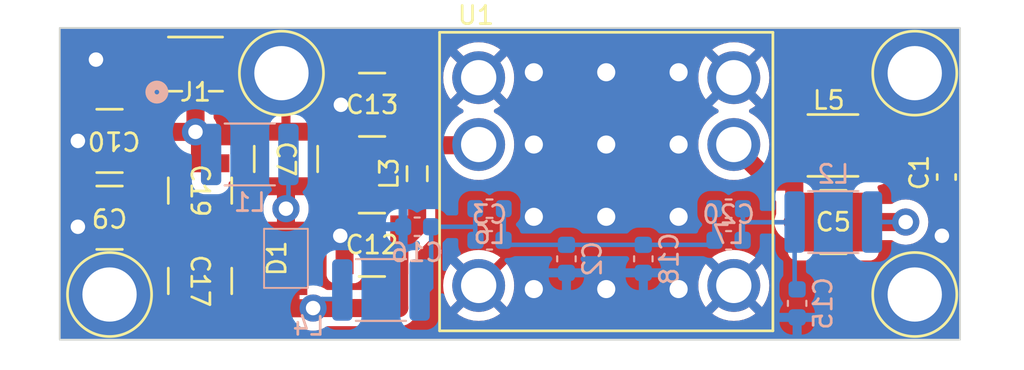
<source format=kicad_pcb>
(kicad_pcb (version 20221018) (generator pcbnew)
  (title_block (date "2021-16-11") (rev "0"))
  (layers (0 "F.Cu" signal) (31 "B.Cu" signal) (34 "B.Paste" user) (35 "F.Paste" user) (36 "B.SilkS" user "B.Silkscreen") (37 "F.SilkS" user "F.Silkscreen") (38 "B.Mask" user) (39 "F.Mask" user) (44 "Edge.Cuts" user))
  (net 0 "")
  (net 1 "+VDC")
  (net 2 "GND")
  (net 3 "Net-(C16-Pad2)")
  (net 4 "Net-(C18-Pad2)")
  (net 5 "Net-(C15-Pad2)")
  (net 6 "Net-(U1-RF_out{slash}V_DC)")
  (net 7 "Net-(C5-Pad2)")
  (net 8 "Net-(D1-K)")
  (net 9 "Net-(D1-A)")
  (net 10 "Net-(C17-Pad1)")
  (net 11 "Net-(U1-RFin)")
  (net 12 "Net-(J1-Pin_1)")
  (footprint "aaa_MyLib:WANTCOM_WMM3RP" (layer "F.Cu") (at 185.45 106.45)
    (fp_text reference "U1" (at -7.2 -7.15 unlocked) (layer "F.SilkS"))
    (fp_text value "~")
    (fp_line (start -9.21 -6.21) (end 9.21 -6.21) (stroke (width 0.15)) (layer "F.SilkS"))
    (fp_line (start -9.21 10.31) (end -9.21 -6.21) (stroke (width 0.15)) (layer "F.SilkS"))
    (fp_line (start 9.21 -6.21) (end 9.21 10.31) (stroke (width 0.15)) (layer "F.SilkS"))
    (fp_line (start 9.21 10.31) (end -9.21 10.31) (stroke (width 0.15)) (layer "F.SilkS"))
    (pad "1" thru_hole circle (at -7.05 0) (size 2.92 2.92) (drill 1.95) (layers "*.Cu" "*.Mask") (net 11 "Net-(U1-RFin)"))
    (pad "2" thru_hole circle (at 7.05 0) (size 2.92 2.92) (drill 1.95) (layers "*.Cu" "*.Mask") (net 6 "Net-(U1-RF_out{slash}V_DC)"))
    (pad "3" thru_hole circle (at -7.05 -3.7) (size 2.92 2.92) (drill 1.95) (layers "*.Cu" "*.Mask") (net 2 "GND"))
    (pad "3" thru_hole circle (at -7.05 7.8) (size 2.92 2.92) (drill 1.95) (layers "*.Cu" "*.Mask") (net 2 "GND"))
    (pad "3" thru_hole rect (at -4 -4) (size 1.5 1.5) (drill 1) (property pad_prop_heatsink) (layers "*.Cu" "*.Mask") (net 2 "GND"))
    (pad "3" thru_hole rect (at -4 0) (size 1.5 1.5) (drill 1) (layers "*.Cu" "*.Mask") (net 2 "GND"))
    (pad "3" thru_hole rect (at -4 4) (size 1.5 1.5) (drill 1) (layers "*.Cu" "*.Mask") (net 2 "GND"))
    (pad "3" thru_hole rect (at -4 8) (size 1.5 1.5) (drill 1) (layers "*.Cu" "*.Mask") (net 2 "GND"))
    (pad "3" thru_hole rect (at 0 -4) (size 1.5 1.5) (drill 1) (property pad_prop_heatsink) (layers "*.Cu" "*.Mask") (net 2 "GND"))
    (pad "3" thru_hole rect (at 0 0) (size 1.5 1.5) (drill 1) (layers "*.Cu" "*.Mask") (net 2 "GND"))
    (pad "3" thru_hole rect (at 0 4) (size 1.5 1.5) (drill 1) (layers "*.Cu" "*.Mask") (net 2 "GND"))
    (pad "3" thru_hole rect (at 0 8) (size 1.5 1.5) (drill 1) (layers "*.Cu" "*.Mask") (net 2 "GND"))
    (pad "3" thru_hole rect (at 4 -4) (size 1.5 1.5) (drill 1) (property pad_prop_heatsink) (layers "*.Cu" "*.Mask") (net 2 "GND"))
    (pad "3" thru_hole rect (at 4 0) (size 1.5 1.5) (drill 1) (layers "*.Cu" "*.Mask") (net 2 "GND"))
    (pad "3" thru_hole rect (at 4 4) (size 1.5 1.5) (drill 1) (layers "*.Cu" "*.Mask") (net 2 "GND"))
    (pad "3" thru_hole rect (at 4 8) (size 1.5 1.5) (drill 1) (layers "*.Cu" "*.Mask") (net 2 "GND"))
    (pad "3" thru_hole circle (at 7.05 -3.7) (size 2.92 2.92) (drill 1.95) (layers "*.Cu" "*.Mask") (net 2 "GND"))
    (pad "3" thru_hole circle (at 7.05 7.8) (size 2.92 2.92) (drill 1.95) (layers "*.Cu" "*.Mask") (net 2 "GND"))
  )
  (footprint "Inductor_SMD:L_0805_2012Metric" (layer "F.Cu") (at 175 108.0625 90)
    (fp_text reference "L3" (at 0 -1.55 90 unlocked) (layer "F.SilkS"))
    (fp_text value "~")
    (fp_line (start -0.399622 -0.56) (end 0.399622 -0.56) (stroke (width 0.15)) (layer "F.SilkS"))
    (fp_line (start -0.399622 0.56) (end 0.399622 0.56) (stroke (width 0.15)) (layer "F.SilkS"))
    (pad "1" smd roundrect (at -1.0625 0 90) (size 0.875 1.2) (layers "F.Cu" "F.Paste" "F.Mask") (net 9 "Net-(D1-A)"))
    (pad "2" smd roundrect (at 1.0625 0 90) (size 0.875 1.2) (layers "F.Cu" "F.Paste" "F.Mask") (net 11 "Net-(U1-RFin)"))
  )
  (footprint "aaa_MyLib:screw head 440" (layer "F.Cu") (at 202.5 102.5)
    (fp_text reference "J3" hide)
    (fp_text value "mounting screw")
    (fp_circle (center 0 0) (end 2.3241 0) (stroke (width 0.15)) (fill none) (layer "F.SilkS"))
    (pad "1" thru_hole circle (at 0 0) (size 3.5 3.5) (drill 3) (layers "*.Cu" "*.Mask") (net 2 "GND"))
  )
  (footprint "aaa_MyLib:CAP_1111_HIQ_KNO" (layer "F.Cu") (at 158 106.25 180)
    (fp_text reference "C10" (at -0.25 0 180 unlocked) (layer "F.SilkS"))
    (fp_text value "~")
    (fp_line (start -0.70845 1.7526) (end 0.70845 1.7526) (stroke (width 0.15)) (layer "F.SilkS"))
    (fp_line (start 0.70845 -1.7526) (end -0.70845 -1.7526) (stroke (width 0.15)) (layer "F.SilkS"))
    (pad "1" smd rect (at -1.5113 0 180) (size 0.9906 3.2512) (layers "F.Cu" "F.Paste" "F.Mask") (net 12 "Net-(J1-Pin_1)"))
    (pad "2" smd rect (at 1.5113 0 180) (size 0.9906 3.2512) (layers "F.Cu" "F.Paste" "F.Mask") (net 2 "GND"))
    (zone (net 0) (net_name "") (layer "F.Cu") (connect_pads (clearance 0)) (min_thickness 0.254)
      (keepout (tracks not_allowed) (vias not_allowed) (pads allowed) (copperpour not_allowed) (footprints allowed))
      (fill (thermal_gap 0.508) (thermal_bridge_width 0.508))
      (polygon (pts (xy 158.9652 107.8248) (xy 157.0348 107.8248) (xy 157.0348 104.6752) (xy 158.9652 104.6752)))
    )
  )
  (footprint "Inductor_SMD:L_1812_4532Metric" (layer "F.Cu") (at 197.98 106.5 180)
    (fp_text reference "L5" (at 0.23 2.5 unlocked) (layer "F.SilkS"))
    (fp_text value "~")
    (fp_line (start -1.386252 -1.71) (end 1.386252 -1.71) (stroke (width 0.15)) (layer "F.SilkS"))
    (fp_line (start -1.386252 1.71) (end 1.386252 1.71) (stroke (width 0.15)) (layer "F.SilkS"))
    (pad "1" smd roundrect (at -2.1375 0 180) (size 1.125 3.4) (layers "F.Cu" "F.Paste" "F.Mask") (roundrect_rratio 0.222222) (net 1 "+VDC"))
    (pad "2" smd roundrect (at 2.1375 0 180) (size 1.125 3.4) (layers "F.Cu" "F.Paste" "F.Mask") (roundrect_rratio 0.222222) (net 6 "Net-(U1-RF_out{slash}V_DC)"))
  )
  (footprint "aaa_MyLib:screw head 440" (layer "F.Cu") (at 158 114.75)
    (fp_text reference "J4" hide)
    (fp_text value "mounting screw")
    (fp_circle (center 0 0) (end 2.3241 0) (stroke (width 0.15)) (fill none) (layer "F.SilkS"))
    (pad "1" thru_hole circle (at 0 0) (size 3.5 3.5) (drill 3) (layers "*.Cu" "*.Mask") (net 2 "GND"))
  )
  (footprint "aaa_MyLib:screw head 440" (layer "F.Cu") (at 167.5 102.5)
    (fp_text reference "J5" hide)
    (fp_text value "mounting screw")
    (fp_circle (center 0 0) (end 2.3241 0) (stroke (width 0.15)) (fill none) (layer "F.SilkS"))
    (pad "1" thru_hole circle (at 0 0) (size 3.5 3.5) (drill 3) (layers "*.Cu" "*.Mask") (net 2 "GND"))
  )
  (footprint "aaa_MyLib:CAP_1111_HIQ_KNO" (layer "F.Cu") (at 163 109 -90)
    (fp_text reference "C19" (at 0 0 -90 unlocked) (layer "F.SilkS"))
    (fp_text value "~")
    (fp_line (start -0.70845 1.7526) (end 0.70845 1.7526) (stroke (width 0.15)) (layer "F.SilkS"))
    (fp_line (start 0.70845 -1.7526) (end -0.70845 -1.7526) (stroke (width 0.15)) (layer "F.SilkS"))
    (pad "1" smd rect (at -1.5113 0 270) (size 0.9906 3.2512) (layers "F.Cu" "F.Paste" "F.Mask") (net 12 "Net-(J1-Pin_1)"))
    (pad "2" smd rect (at 1.5113 0 270) (size 0.9906 3.2512) (layers "F.Cu" "F.Paste" "F.Mask") (net 10 "Net-(C17-Pad1)"))
    (zone (net 0) (net_name "") (layer "F.Cu") (connect_pads (clearance 0)) (min_thickness 0.254)
      (keepout (tracks not_allowed) (vias not_allowed) (pads allowed) (copperpour not_allowed) (footprints allowed))
      (fill (thermal_gap 0.508) (thermal_bridge_width 0.508))
      (polygon (pts (xy 164.5748 108.0348) (xy 164.5748 109.9652) (xy 161.4252 109.9652) (xy 161.4252 108.0348)))
    )
  )
  (footprint "aaa_MyLib:PIN_diode_NonMagnetic_HighPower" (layer "F.Cu") (at 167.75 112.75 90)
    (fp_text reference "D1" (at 0 -0.5 90 unlocked) (layer "F.SilkS"))
    (fp_text value "~")
    (fp_line (start -1.635 -1.21) (end 1.635 -1.21) (stroke (width 0.1)) (layer "B.SilkS"))
    (fp_line (start -1.635 1.21) (end -1.635 -1.21) (stroke (width 0.1)) (layer "B.SilkS"))
    (fp_line (start 1.635 -1.21) (end 1.635 1.21) (stroke (width 0.1)) (layer "B.SilkS"))
    (fp_line (start 1.635 1.21) (end -1.635 1.21) (stroke (width 0.1)) (layer "B.SilkS"))
    (pad "1" smd rect (at -1.395 0 90) (size 1.27 2.36) (layers "F.Cu" "F.Paste" "F.Mask") (net 9 "Net-(D1-A)"))
    (pad "2" smd rect (at 1.395 0 90) (size 1.27 2.36) (layers "F.Cu" "F.Paste" "F.Mask") (net 8 "Net-(D1-K)"))
    (zone (net 0) (net_name "") (layer "F.Cu") (connect_pads (clearance 0)) (min_thickness 0.25)
      (keepout (tracks not_allowed) (vias not_allowed) (pads allowed) (copperpour not_allowed) (footprints allowed))
      (fill (thermal_gap 0.5) (thermal_bridge_width 0.5))
      (polygon (pts (xy 166.57 113.51) (xy 166.57 111.99) (xy 168.93 111.99) (xy 168.93 113.51)))
    )
  )
  (footprint "aaa_MyLib:CAP_1111_HIQ_KNO" (layer "F.Cu") (at 158 110.5 180)
    (fp_text reference "C9" (at 0 0 180 unlocked) (layer "F.SilkS"))
    (fp_text value "~")
    (fp_line (start -0.70845 1.7526) (end 0.70845 1.7526) (stroke (width 0.15)) (layer "F.SilkS"))
    (fp_line (start 0.70845 -1.7526) (end -0.70845 -1.7526) (stroke (width 0.15)) (layer "F.SilkS"))
    (pad "1" smd rect (at -1.5113 0 180) (size 0.9906 3.2512) (layers "F.Cu" "F.Paste" "F.Mask") (net 10 "Net-(C17-Pad1)"))
    (pad "2" smd rect (at 1.5113 0 180) (size 0.9906 3.2512) (layers "F.Cu" "F.Paste" "F.Mask") (net 2 "GND"))
    (zone (net 0) (net_name "") (layer "F.Cu") (connect_pads (clearance 0)) (min_thickness 0.254)
      (keepout (tracks not_allowed) (vias not_allowed) (pads allowed) (copperpour not_allowed) (footprints allowed))
      (fill (thermal_gap 0.508) (thermal_bridge_width 0.508))
      (polygon (pts (xy 158.9652 112.0748) (xy 157.0348 112.0748) (xy 157.0348 108.9252) (xy 158.9652 108.9252)))
    )
  )
  (footprint "aaa_UFL:CONN1_UFL-R_HIR" (layer "F.Cu") (at 162.75 102)
    (fp_text reference "J1" (at 0 1.548399 unlocked) (layer "F.SilkS"))
    (fp_text value "Conn_01x03")
    (fp_circle (center -2.1336 1.548399) (end -1.7526 1.548399) (stroke (width 0.508)) (fill none) (layer "B.SilkS"))
    (fp_line (start -1.4986 1.4986) (end -0.75184 1.4986) (stroke (width 0.15)) (layer "F.SilkS"))
    (fp_line (start 0.75184 1.4986) (end 1.4986 1.4986) (stroke (width 0.15)) (layer "F.SilkS"))
    (fp_line (start 1.4986 -1.4986) (end -1.4986 -1.4986) (stroke (width 0.15)) (layer "F.SilkS"))
    (fp_arc (start -1.7526 1.548399) (mid -2.285063 1.897999) (end -2.394175 1.27044) (stroke (width 0.15)) (layer "F.SilkS"))
    (pad "1" smd rect (at 0 1.548399) (size 0.8382 0.889) (layers "F.Cu" "F.Paste" "F.Mask") (net 12 "Net-(J1-Pin_1)"))
    (pad "2" smd rect (at -1.5 -0.00001) (size 0.889 2.0574) (layers "F.Cu" "F.Paste" "F.Mask") (net 2 "GND"))
    (pad "3" smd rect (at 1.5 -0.00001) (size 0.889 2.0574) (layers "F.Cu" "F.Paste" "F.Mask") (net 2 "GND"))
  )
  (footprint "aaa_MyLib:CAP_1111_HIQ_KNO" (layer "F.Cu") (at 198 110.74)
    (fp_text reference "C5" (at 0 0 unlocked) (layer "F.SilkS"))
    (fp_text value "~")
    (fp_line (start -0.70845 1.7526) (end 0.70845 1.7526) (stroke (width 0.15)) (layer "F.SilkS"))
    (fp_line (start 0.70845 -1.7526) (end -0.70845 -1.7526) (stroke (width 0.15)) (layer "F.SilkS"))
    (pad "1" smd rect (at -1.5113 0) (size 0.9906 3.2512) (layers "F.Cu" "F.Paste" "F.Mask") (net 6 "Net-(U1-RF_out{slash}V_DC)"))
    (pad "2" smd rect (at 1.5113 0) (size 0.9906 3.2512) (layers "F.Cu" "F.Paste" "F.Mask") (net 7 "Net-(C5-Pad2)"))
    (zone (net 0) (net_name "") (layer "F.Cu") (connect_pads (clearance 0)) (min_thickness 0.254)
      (keepout (tracks not_allowed) (vias not_allowed) (pads allowed) (copperpour not_allowed) (footprints allowed))
      (fill (thermal_gap 0.508) (thermal_bridge_width 0.508))
      (polygon (pts (xy 197.0348 109.1652) (xy 198.9652 109.1652) (xy 198.9652 112.3148) (xy 197.0348 112.3148)))
    )
  )
  (footprint "aaa_MyLib:CAP_1111_HIQ_KNO" (layer "F.Cu") (at 172.5 112)
    (fp_text reference "C12" (at 0 0 unlocked) (layer "F.SilkS"))
    (fp_text value "24p")
    (fp_line (start -0.70845 1.7526) (end 0.70845 1.7526) (stroke (width 0.15)) (layer "F.SilkS"))
    (fp_line (start 0.70845 -1.7526) (end -0.70845 -1.7526) (stroke (width 0.15)) (layer "F.SilkS"))
    (pad "1" smd rect (at -1.5113 0) (size 0.9906 3.2512) (layers "F.Cu" "F.Paste" "F.Mask") (net 2 "GND"))
    (pad "2" smd rect (at 1.5113 0) (size 0.9906 3.2512) (layers "F.Cu" "F.Paste" "F.Mask") (net 9 "Net-(D1-A)"))
    (zone (net 0) (net_name "") (layer "F.Cu") (connect_pads (clearance 0)) (min_thickness 0.254)
      (keepout (tracks not_allowed) (vias not_allowed) (pads allowed) (copperpour not_allowed) (footprints allowed))
      (fill (thermal_gap 0.508) (thermal_bridge_width 0.508))
      (polygon (pts (xy 171.5348 110.4252) (xy 173.4652 110.4252) (xy 173.4652 113.5748) (xy 171.5348 113.5748)))
    )
  )
  (footprint "aaa_MyLib:CAP_1111_HIQ_KNO" (layer "F.Cu") (at 167.75 107.25 -90)
    (fp_text reference "C7" (at 0 0 -90 unlocked) (layer "F.SilkS"))
    (fp_text value "1000p")
    (fp_line (start -0.70845 1.7526) (end 0.70845 1.7526) (stroke (width 0.15)) (layer "F.SilkS"))
    (fp_line (start 0.70845 -1.7526) (end -0.70845 -1.7526) (stroke (width 0.15)) (layer "F.SilkS"))
    (pad "1" smd rect (at -1.5113 0 270) (size 0.9906 3.2512) (layers "F.Cu" "F.Paste" "F.Mask") (net 2 "GND"))
    (pad "2" smd rect (at 1.5113 0 270) (size 0.9906 3.2512) (layers "F.Cu" "F.Paste" "F.Mask") (net 8 "Net-(D1-K)"))
    (zone (net 0) (net_name "") (layer "F.Cu") (connect_pads (clearance 0)) (min_thickness 0.254)
      (keepout (tracks not_allowed) (vias not_allowed) (pads allowed) (copperpour not_allowed) (footprints allowed))
      (fill (thermal_gap 0.508) (thermal_bridge_width 0.508))
      (polygon (pts (xy 169.3248 106.2848) (xy 169.3248 108.2152) (xy 166.1752 108.2152) (xy 166.1752 106.2848)))
    )
  )
  (footprint "Capacitor_SMD:C_0603_1608Metric" (layer "F.Cu") (at 204.25 108.25 -90)
    (fp_text reference "C1" (at -0.25 1.5 90 unlocked) (layer "F.SilkS"))
    (fp_text value "1000p")
    (fp_line (start -0.14058 -0.51) (end 0.14058 -0.51) (stroke (width 0.15)) (layer "F.SilkS"))
    (fp_line (start -0.14058 0.51) (end 0.14058 0.51) (stroke (width 0.15)) (layer "F.SilkS"))
    (pad "1" smd roundrect (at -0.775 0 270) (size 0.9 0.95) (layers "F.Cu" "F.Paste" "F.Mask") (net 1 "+VDC"))
    (pad "2" smd roundrect (at 0.775 0 270) (size 0.9 0.95) (layers "F.Cu" "F.Paste" "F.Mask") (net 2 "GND"))
  )
  (footprint "aaa_MyLib:CAP_1111_HIQ_KNO" (layer "F.Cu") (at 163 114 -90)
    (fp_text reference "C17" (at 0 0 -90 unlocked) (layer "F.SilkS"))
    (fp_text value "~")
    (fp_line (start -0.70845 1.7526) (end 0.70845 1.7526) (stroke (width 0.15)) (layer "F.SilkS"))
    (fp_line (start 0.70845 -1.7526) (end -0.70845 -1.7526) (stroke (width 0.15)) (layer "F.SilkS"))
    (pad "1" smd rect (at -1.5113 0 270) (size 0.9906 3.2512) (layers "F.Cu" "F.Paste" "F.Mask") (net 10 "Net-(C17-Pad1)"))
    (pad "2" smd rect (at 1.5113 0 270) (size 0.9906 3.2512) (layers "F.Cu" "F.Paste" "F.Mask") (net 9 "Net-(D1-A)"))
    (zone (net 0) (net_name "") (layer "F.Cu") (connect_pads (clearance 0)) (min_thickness 0.254)
      (keepout (tracks not_allowed) (vias not_allowed) (pads allowed) (copperpour not_allowed) (footprints allowed))
      (fill (thermal_gap 0.508) (thermal_bridge_width 0.508))
      (polygon (pts (xy 164.5748 113.0348) (xy 164.5748 114.9652) (xy 161.4252 114.9652) (xy 161.4252 113.0348)))
    )
  )
  (footprint "aaa_MyLib:screw head 440" (layer "F.Cu") (at 202.5 114.75)
    (fp_text reference "J2" hide)
    (fp_text value "mounting screw")
    (fp_circle (center 0 0) (end 2.3241 0) (stroke (width 0.15)) (fill none) (layer "F.SilkS"))
    (pad "1" thru_hole circle (at 0 0) (size 3.5 3.5) (drill 3) (layers "*.Cu" "*.Mask") (net 2 "GND"))
  )
  (footprint "aaa_MyLib:CAP_1111_HIQ_KNO" (layer "F.Cu") (at 172.5113 104.25)
    (fp_text reference "C13" (at 0 0 unlocked) (layer "F.SilkS"))
    (fp_text value "24p")
    (fp_line (start -0.70845 1.7526) (end 0.70845 1.7526) (stroke (width 0.15)) (layer "F.SilkS"))
    (fp_line (start 0.70845 -1.7526) (end -0.70845 -1.7526) (stroke (width 0.15)) (layer "F.SilkS"))
    (pad "1" smd rect (at -1.5113 0) (size 0.9906 3.2512) (layers "F.Cu" "F.Paste" "F.Mask") (net 2 "GND"))
    (pad "2" smd rect (at 1.5113 0) (size 0.9906 3.2512) (layers "F.Cu" "F.Paste" "F.Mask") (net 11 "Net-(U1-RFin)"))
    (zone (net 0) (net_name "") (layer "F.Cu") (connect_pads (clearance 0)) (min_thickness 0.254)
      (keepout (tracks not_allowed) (vias not_allowed) (pads allowed) (copperpour not_allowed) (footprints allowed))
      (fill (thermal_gap 0.508) (thermal_bridge_width 0.508))
      (polygon (pts (xy 171.5461 102.6752) (xy 173.4765 102.6752) (xy 173.4765 105.8248) (xy 171.5461 105.8248)))
    )
  )
  (footprint "Capacitor_SMD:C_0603_1608Metric" (layer "B.Cu") (at 179 111.75 180)
    (fp_text reference "C3" (at 0 1.43) (layer "B.SilkS") (effects (justify mirror)))
    (fp_text value "4.7p")
    (fp_line (start -0.14058 -0.51) (end 0.14058 -0.51) (stroke (width 0.12)) (layer "B.SilkS"))
    (fp_line (start -0.14058 0.51) (end 0.14058 0.51) (stroke (width 0.12)) (layer "B.SilkS"))
    (pad "1" smd roundrect (at -0.775 0 180) (size 0.9 0.95) (layers "B.Cu" "B.Paste" "B.Mask") (net 4 "Net-(C18-Pad2)"))
    (pad "2" smd roundrect (at 0.775 0 180) (size 0.9 0.95) (layers "B.Cu" "B.Paste" "B.Mask") (net 3 "Net-(C16-Pad2)"))
  )
  (footprint "Inductor_SMD:L_1812_4532Metric" (layer "B.Cu") (at 173 114.5)
    (fp_text reference "L4" (at -4 2) (layer "B.SilkS") (effects (justify mirror)))
    (fp_text value "~")
    (fp_line (start -1.386252 -1.71) (end 1.386252 -1.71) (stroke (width 0.12)) (layer "B.SilkS"))
    (fp_line (start -1.386252 1.71) (end 1.386252 1.71) (stroke (width 0.12)) (layer "B.SilkS"))
    (pad "1" smd roundrect (at -2.1375 0) (size 1.125 3.4) (layers "B.Cu" "B.Paste" "B.Mask") (roundrect_rratio 0.222222) (net 9 "Net-(D1-A)"))
    (pad "2" smd roundrect (at 2.1375 0) (size 1.125 3.4) (layers "B.Cu" "B.Paste" "B.Mask") (roundrect_rratio 0.222222) (net 3 "Net-(C16-Pad2)"))
  )
  (footprint "Capacitor_SMD:C_0603_1608Metric" (layer "B.Cu") (at 192.2125 111.75 180)
    (fp_text reference "C20" (at 0 1.43) (layer "B.SilkS") (effects (justify mirror)))
    (fp_text value "4.7p")
    (fp_line (start -0.14058 -0.51) (end 0.14058 -0.51) (stroke (width 0.12)) (layer "B.SilkS"))
    (fp_line (start -0.14058 0.51) (end 0.14058 0.51) (stroke (width 0.12)) (layer "B.SilkS"))
    (pad "1" smd roundrect (at -0.775 0 180) (size 0.9 0.95) (layers "B.Cu" "B.Paste" "B.Mask") (net 5 "Net-(C15-Pad2)"))
    (pad "2" smd roundrect (at 0.775 0 180) (size 0.9 0.95) (layers "B.Cu" "B.Paste" "B.Mask") (net 4 "Net-(C18-Pad2)"))
  )
  (footprint "Inductor_SMD:L_1812_4532Metric" (layer "B.Cu") (at 198 110.74 180)
    (fp_text reference "L2" (at 0 2.65) (layer "B.SilkS") (effects (justify mirror)))
    (fp_text value "~")
    (fp_line (start -1.386252 -1.71) (end 1.386252 -1.71) (stroke (width 0.12)) (layer "B.SilkS"))
    (fp_line (start -1.386252 1.71) (end 1.386252 1.71) (stroke (width 0.12)) (layer "B.SilkS"))
    (pad "1" smd roundrect (at -2.1375 0 180) (size 1.125 3.4) (layers "B.Cu" "B.Paste" "B.Mask") (roundrect_rratio 0.222222) (net 7 "Net-(C5-Pad2)"))
    (pad "2" smd roundrect (at 2.1375 0 180) (size 1.125 3.4) (layers "B.Cu" "B.Paste" "B.Mask") (roundrect_rratio 0.222222) (net 5 "Net-(C15-Pad2)"))
  )
  (footprint "Capacitor_SMD:C_0603_1608Metric" (layer "B.Cu") (at 183.25 112.775 90)
    (fp_text reference "C2" (at 0 1.43 90) (layer "B.SilkS") (effects (justify mirror)))
    (fp_text value "1000p")
    (fp_line (start -0.14058 -0.51) (end 0.14058 -0.51) (stroke (width 0.12)) (layer "B.SilkS"))
    (fp_line (start -0.14058 0.51) (end 0.14058 0.51) (stroke (width 0.12)) (layer "B.SilkS"))
    (pad "1" smd roundrect (at -0.775 0 90) (size 0.9 0.95) (layers "B.Cu" "B.Paste" "B.Mask") (net 2 "GND"))
    (pad "2" smd roundrect (at 0.775 0 90) (size 0.9 0.95) (layers "B.Cu" "B.Paste" "B.Mask") (net 4 "Net-(C18-Pad2)"))
  )
  (footprint "Inductor_SMD:L_0603_1608Metric" (layer "B.Cu") (at 192.2125 110)
    (fp_text reference "L7" (at 0 1.43) (layer "B.SilkS") (effects (justify mirror)))
    (fp_text value "330n")
    (fp_line (start -0.162779 -0.51) (end 0.162779 -0.51) (stroke (width 0.12)) (layer "B.SilkS"))
    (fp_line (start -0.162779 0.51) (end 0.162779 0.51) (stroke (width 0.12)) (layer "B.SilkS"))
    (pad "1" smd roundrect (at -0.7875 0) (size 0.875 0.95) (layers "B.Cu" "B.Paste" "B.Mask") (net 4 "Net-(C18-Pad2)"))
    (pad "2" smd roundrect (at 0.7875 0) (size 0.875 0.95) (layers "B.Cu" "B.Paste" "B.Mask") (net 5 "Net-(C15-Pad2)"))
  )
  (footprint "Inductor_SMD:L_0603_1608Metric" (layer "B.Cu") (at 179 110)
    (fp_text reference "L6" (at 0 1.43) (layer "B.SilkS") (effects (justify mirror)))
    (fp_text value "330n")
    (fp_line (start -0.162779 -0.51) (end 0.162779 -0.51) (stroke (width 0.12)) (layer "B.SilkS"))
    (fp_line (start -0.162779 0.51) (end 0.162779 0.51) (stroke (width 0.12)) (layer "B.SilkS"))
    (pad "1" smd roundrect (at -0.7875 0) (size 0.875 0.95) (layers "B.Cu" "B.Paste" "B.Mask") (net 3 "Net-(C16-Pad2)"))
    (pad "2" smd roundrect (at 0.7875 0) (size 0.875 0.95) (layers "B.Cu" "B.Paste" "B.Mask") (net 4 "Net-(C18-Pad2)"))
  )
  (footprint "Capacitor_SMD:C_0603_1608Metric" (layer "B.Cu") (at 175 111)
    (fp_text reference "C16" (at 0 1.43) (layer "B.SilkS") (effects (justify mirror)))
    (fp_text value "1000p")
    (fp_line (start -0.14058 -0.51) (end 0.14058 -0.51) (stroke (width 0.12)) (layer "B.SilkS"))
    (fp_line (start -0.14058 0.51) (end 0.14058 0.51) (stroke (width 0.12)) (layer "B.SilkS"))
    (pad "1" smd roundrect (at -0.775 0) (size 0.9 0.95) (layers "B.Cu" "B.Paste" "B.Mask") (net 2 "GND"))
    (pad "2" smd roundrect (at 0.775 0) (size 0.9 0.95) (layers "B.Cu" "B.Paste" "B.Mask") (net 3 "Net-(C16-Pad2)"))
  )
  (footprint "Inductor_SMD:L_1812_4532Metric" (layer "B.Cu") (at 165.75 107)
    (fp_text reference "L1" (at 0 2.65) (layer "B.SilkS") (effects (justify mirror)))
    (fp_text value "~")
    (fp_line (start -1.386252 -1.71) (end 1.386252 -1.71) (stroke (width 0.12)) (layer "B.SilkS"))
    (fp_line (start -1.386252 1.71) (end 1.386252 1.71) (stroke (width 0.12)) (layer "B.SilkS"))
    (pad "1" smd roundrect (at -2.1375 0) (size 1.125 3.4) (layers "B.Cu" "B.Paste" "B.Mask") (roundrect_rratio 0.222222) (net 12 "Net-(J1-Pin_1)"))
    (pad "2" smd roundrect (at 2.1375 0) (size 1.125 3.4) (layers "B.Cu" "B.Paste" "B.Mask") (roundrect_rratio 0.222222) (net 8 "Net-(D1-K)"))
  )
  (footprint "Capacitor_SMD:C_0603_1608Metric" (layer "B.Cu") (at 187.5 112.775 90)
    (fp_text reference "C18" (at 0 1.43 90) (layer "B.SilkS") (effects (justify mirror)))
    (fp_text value "1000p")
    (fp_line (start -0.14058 -0.51) (end 0.14058 -0.51) (stroke (width 0.12)) (layer "B.SilkS"))
    (fp_line (start -0.14058 0.51) (end 0.14058 0.51) (stroke (width 0.12)) (layer "B.SilkS"))
    (pad "1" smd roundrect (at -0.775 0 90) (size 0.9 0.95) (layers "B.Cu" "B.Paste" "B.Mask") (net 2 "GND"))
    (pad "2" smd roundrect (at 0.775 0 90) (size 0.9 0.95) (layers "B.Cu" "B.Paste" "B.Mask") (net 4 "Net-(C18-Pad2)"))
  )
  (footprint "Capacitor_SMD:C_0603_1608Metric" (layer "B.Cu") (at 196 115.24 90)
    (fp_text reference "C15" (at 0 1.43 90) (layer "B.SilkS") (effects (justify mirror)))
    (fp_text value "1000p")
    (fp_line (start -0.14058 -0.51) (end 0.14058 -0.51) (stroke (width 0.12)) (layer "B.SilkS"))
    (fp_line (start -0.14058 0.51) (end 0.14058 0.51) (stroke (width 0.12)) (layer "B.SilkS"))
    (pad "1" smd roundrect (at -0.775 0 90) (size 0.9 0.95) (layers "B.Cu" "B.Paste" "B.Mask") (net 2 "GND"))
    (pad "2" smd roundrect (at 0.775 0 90) (size 0.9 0.95) (layers "B.Cu" "B.Paste" "B.Mask") (net 5 "Net-(C15-Pad2)"))
  )
  (gr_rect (start 155.25 100) (end 205 117.25) (stroke (width 0.1)) (fill none) (layer "Edge.Cuts"))
  (segment (start 202.5 106.5) (end 203 107) (width 1) (layer "F.Cu") (net 1))
  (segment (start 200.1175 106.5) (end 202.5 106.5) (width 1) (layer "F.Cu") (net 1))
  (via (at 170.7848 104.25) (size 1.5) (drill 0.8) (layers "F.Cu" "B.Cu") (net 2))
  (via (at 156.25 106.25) (size 1.5) (drill 0.8) (layers "F.Cu" "B.Cu") (net 2))
  (via (at 170.75 111.5) (size 1.5) (drill 0.8) (layers "F.Cu" "B.Cu") (net 2))
  (via (at 157.25 101.75) (size 1.5) (drill 0.8) (layers "F.Cu" "B.Cu") (net 2))
  (via (at 204 111.5) (size 1.5) (drill 0.8) (layers "F.Cu" "B.Cu") (net 2))
  (via (at 156.25 111) (size 1.5) (drill 0.8) (layers "F.Cu" "B.Cu") (net 2))
  (segment (start 178.2125 111.7375) (end 178.225 111.75) (width 0.25) (layer "B.Cu") (net 3))
  (segment (start 175.775 111) (end 178.2125 111) (width 0.25) (layer "B.Cu") (net 3))
  (segment (start 175.775 114.3625) (end 175.1375 115) (width 0.25) (layer "B.Cu") (net 3))
  (segment (start 178.2125 109.75) (end 178.2125 110.5) (width 0.25) (layer "B.Cu") (net 3))
  (segment (start 178.2125 110.5) (end 178.2125 111) (width 0.25) (layer "B.Cu") (net 3))
  (segment (start 175.775 111) (end 175.775 114.3625) (width 0.25) (layer "B.Cu") (net 3))
  (segment (start 178.2125 111) (end 178.2125 111.7375) (width 0.25) (layer "B.Cu") (net 3))
  (segment (start 191.425 109.75) (end 191.425 111.7375) (width 0.25) (layer "B.Cu") (net 4))
  (segment (start 179.7875 111.7375) (end 179.775 111.75) (width 0.25) (layer "B.Cu") (net 4))
  (segment (start 191.425 111.7375) (end 191.4375 111.75) (width 0.25) (layer "B.Cu") (net 4))
  (segment (start 191.4375 112) (end 179.775 112) (width 0.25) (layer "B.Cu") (net 4))
  (segment (start 179.7875 109.75) (end 179.7875 111.7375) (width 0.25) (layer "B.Cu") (net 4))
  (segment (start 195.8625 110.75) (end 193 110.75) (width 0.25) (layer "B.Cu") (net 5))
  (segment (start 195.8625 110.74) (end 195.8625 112.99) (width 0.25) (layer "B.Cu") (net 5))
  (segment (start 193 109.75) (end 193 110.5) (width 0.25) (layer "B.Cu") (net 5))
  (segment (start 195.8625 114.3275) (end 196 114.465) (width 0.25) (layer "B.Cu") (net 5))
  (segment (start 195.8625 112.99) (end 195.8625 114.3275) (width 0.25) (layer "B.Cu") (net 5))
  (segment (start 193 110.5) (end 193 111.7375) (width 0.25) (layer "B.Cu") (net 5))
  (segment (start 193 111.7375) (end 192.9875 111.75) (width 0.25) (layer "B.Cu") (net 5))
  (segment (start 195.75 108.5) (end 194.48 108.5) (width 1) (layer "F.Cu") (net 6))
  (segment (start 195.8425 106.5) (end 195.8425 110.6475) (width 1) (layer "F.Cu") (net 6))
  (segment (start 196.4887 110.74) (end 195.75 110.74) (width 1) (layer "F.Cu") (net 6))
  (segment (start 194.48 108.5) (end 192.47 106.49) (width 1) (layer "F.Cu") (net 6))
  (segment (start 195.8425 110.6475) (end 195.75 110.74) (width 1) (layer "F.Cu") (net 6))
  (segment (start 202 110.74) (end 199.5113 110.74) (width 1) (layer "F.Cu") (net 7))
  (via (at 202 110.74) (size 1.5) (drill 0.8) (layers "F.Cu" "B.Cu") (net 7))
  (segment (start 202 110.74) (end 200.1375 110.74) (width 0.25) (layer "B.Cu") (net 7))
  (segment (start 167.75 111.355) (end 167.75 108.7613) (width 1) (layer "F.Cu") (net 8))
  (via (at 167.75 110) (size 1.5) (drill 0.8) (layers "F.Cu" "B.Cu") (net 8))
  (segment (start 167.8875 109.8625) (end 167.8875 107.25) (width 0.25) (layer "B.Cu") (net 8))
  (segment (start 167.75 110) (end 167.8875 109.8625) (width 0.25) (layer "B.Cu") (net 8))
  (segment (start 168 114.395) (end 167.75 114.145) (width 1) (layer "F.Cu") (net 9))
  (segment (start 169.2387 115.5113) (end 168 115.5113) (width 1) (layer "F.Cu") (net 9))
  (segment (start 174.0113 115.4887) (end 174.0113 112) (width 1) (layer "F.Cu") (net 9))
  (segment (start 169.25 115.5) (end 174 115.5) (width 1) (layer "F.Cu") (net 9))
  (segment (start 175 109.125) (end 175 111.0113) (width 1) (layer "F.Cu") (net 9))
  (segment (start 174 115.5) (end 174.0113 115.4887) (width 1) (layer "F.Cu") (net 9))
  (segment (start 169.25 115.5) (end 169.2387 115.5113) (width 1) (layer "F.Cu") (net 9))
  (segment (start 175 111.0113) (end 174.0113 112) (width 1) (layer "F.Cu") (net 9))
  (segment (start 168 115.5113) (end 168 114.395) (width 1) (layer "F.Cu") (net 9))
  (segment (start 168 115.5113) (end 163 115.5113) (width 1) (layer "F.Cu") (net 9))
  (via (at 169.25 115.5) (size 1.5) (drill 0.8) (layers "F.Cu" "B.Cu") (net 9))
  (segment (start 169.75 115) (end 170.8625 115) (width 0.25) (layer "B.Cu") (net 9))
  (segment (start 169.25 115.5) (end 169.75 115) (width 0.25) (layer "B.Cu") (net 9))
  (segment (start 163 111) (end 163 110.5113) (width 1) (layer "F.Cu") (net 10))
  (segment (start 159.5113 111) (end 163 111) (width 1) (layer "F.Cu") (net 10))
  (segment (start 163 112.4887) (end 163 111) (width 1) (layer "F.Cu") (net 10))
  (segment (start 175.51 106.49) (end 175 107) (width 1) (layer "F.Cu") (net 11))
  (segment (start 174.0113 104.25) (end 174.0113 106.0113) (width 1) (layer "F.Cu") (net 11))
  (segment (start 178.37 106.49) (end 175.51 106.49) (width 1) (layer "F.Cu") (net 11))
  (segment (start 174.0113 106.0113) (end 175 107) (width 1) (layer "F.Cu") (net 11))
  (segment (start 163 107.4887) (end 163 106) (width 1) (layer "F.Cu") (net 12))
  (segment (start 163 106) (end 162.75 105.75) (width 1) (layer "F.Cu") (net 12))
  (segment (start 159.7613 105.75) (end 159.5113 106) (width 1) (layer "F.Cu") (net 12))
  (segment (start 162.75 105.75) (end 162.75 103.548409) (width 1) (layer "F.Cu") (net 12))
  (segment (start 162.75 105.75) (end 159.7613 105.75) (width 1) (layer "F.Cu") (net 12))
  (via (at 162.75 105.75) (size 1.5) (drill 0.8) (layers "F.Cu" "B.Cu") (net 12))
  (segment (start 162.75 105.75) (end 163.6125 105.75) (width 0.25) (layer "B.Cu") (net 12))
  (zone (net 1) (net_name "+VDC") (layer "F.Cu") (priority 1) (connect_pads (clearance 0.5)) (min_thickness 0.25) (fill yes (thermal_gap 0.5) (thermal_bridge_width 0.5))
    (polygon (pts (xy 205 105.25) (xy 202 105.25) (xy 202 107.75) (xy 205 107.75)))
  )
  (zone (net 2) (net_name "GND") (layer "F.Cu") (connect_pads (clearance 0.5)) (min_thickness 0.25) (fill yes (thermal_gap 0.5) (thermal_bridge_width 0.5) (island_removal_mode 1) (island_area_min 10))
    (polygon (pts (xy 155.25 100) (xy 205 100) (xy 205 117.25) (xy 155.25 117.25)))
  )
  (zone (net 2) (net_name "GND") (layer "B.Cu") (connect_pads (clearance 0.5)) (min_thickness 0.25) (fill yes (thermal_gap 0.5) (thermal_bridge_width 0.5) (island_removal_mode 1) (island_area_min 10))
    (polygon (pts (xy 155.25 100) (xy 205 100) (xy 205 117.25) (xy 155.25 117.25)))
  )
)
</source>
